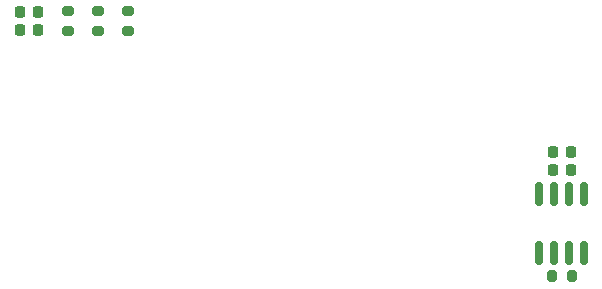
<source format=gbr>
%TF.GenerationSoftware,KiCad,Pcbnew,8.0.9-8.0.9-0~ubuntu24.04.1*%
%TF.CreationDate,2025-06-01T20:39:43+03:00*%
%TF.ProjectId,EV Control System,45562043-6f6e-4747-926f-6c2053797374,rev?*%
%TF.SameCoordinates,Original*%
%TF.FileFunction,Paste,Top*%
%TF.FilePolarity,Positive*%
%FSLAX46Y46*%
G04 Gerber Fmt 4.6, Leading zero omitted, Abs format (unit mm)*
G04 Created by KiCad (PCBNEW 8.0.9-8.0.9-0~ubuntu24.04.1) date 2025-06-01 20:39:43*
%MOMM*%
%LPD*%
G01*
G04 APERTURE LIST*
G04 Aperture macros list*
%AMRoundRect*
0 Rectangle with rounded corners*
0 $1 Rounding radius*
0 $2 $3 $4 $5 $6 $7 $8 $9 X,Y pos of 4 corners*
0 Add a 4 corners polygon primitive as box body*
4,1,4,$2,$3,$4,$5,$6,$7,$8,$9,$2,$3,0*
0 Add four circle primitives for the rounded corners*
1,1,$1+$1,$2,$3*
1,1,$1+$1,$4,$5*
1,1,$1+$1,$6,$7*
1,1,$1+$1,$8,$9*
0 Add four rect primitives between the rounded corners*
20,1,$1+$1,$2,$3,$4,$5,0*
20,1,$1+$1,$4,$5,$6,$7,0*
20,1,$1+$1,$6,$7,$8,$9,0*
20,1,$1+$1,$8,$9,$2,$3,0*%
G04 Aperture macros list end*
%ADD10RoundRect,0.200000X0.275000X-0.200000X0.275000X0.200000X-0.275000X0.200000X-0.275000X-0.200000X0*%
%ADD11RoundRect,0.225000X-0.225000X-0.250000X0.225000X-0.250000X0.225000X0.250000X-0.225000X0.250000X0*%
%ADD12RoundRect,0.150000X-0.150000X0.825000X-0.150000X-0.825000X0.150000X-0.825000X0.150000X0.825000X0*%
%ADD13RoundRect,0.200000X0.200000X0.275000X-0.200000X0.275000X-0.200000X-0.275000X0.200000X-0.275000X0*%
G04 APERTURE END LIST*
D10*
%TO.C,R2*%
X115510000Y-66670000D03*
X115510000Y-65020000D03*
%TD*%
D11*
%TO.C,C2*%
X156595000Y-76945000D03*
X158145000Y-76945000D03*
%TD*%
D10*
%TO.C,R3*%
X120610000Y-66670000D03*
X120610000Y-65020000D03*
%TD*%
D11*
%TO.C,C1*%
X156595000Y-78495000D03*
X158145000Y-78495000D03*
%TD*%
D12*
%TO.C,U1*%
X159230000Y-80520000D03*
X157960000Y-80520000D03*
X156690000Y-80520000D03*
X155420000Y-80520000D03*
X155420000Y-85470000D03*
X156690000Y-85470000D03*
X157960000Y-85470000D03*
X159230000Y-85470000D03*
%TD*%
D13*
%TO.C,R1*%
X158170000Y-87495000D03*
X156520000Y-87495000D03*
%TD*%
D11*
%TO.C,C3*%
X111435000Y-66620000D03*
X112985000Y-66620000D03*
%TD*%
%TO.C,C4*%
X111435000Y-65095000D03*
X112985000Y-65095000D03*
%TD*%
D10*
%TO.C,R4*%
X118060000Y-66670000D03*
X118060000Y-65020000D03*
%TD*%
M02*

</source>
